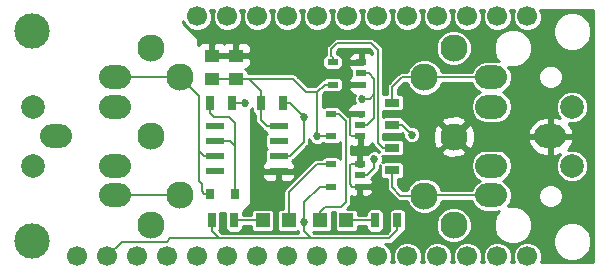
<source format=gtl>
G04 #@! TF.GenerationSoftware,KiCad,Pcbnew,(5.0.0-rc2-dev-444-g2974a2c10)*
G04 #@! TF.CreationDate,2019-08-12T19:19:49-07:00*
G04 #@! TF.ProjectId,Classic MIDI FeatherWing,436C6173736963204D49444920466561,v01*
G04 #@! TF.SameCoordinates,Original*
G04 #@! TF.FileFunction,Copper,L1,Top,Signal*
G04 #@! TF.FilePolarity,Positive*
%FSLAX46Y46*%
G04 Gerber Fmt 4.6, Leading zero omitted, Abs format (unit mm)*
G04 Created by KiCad (PCBNEW (5.0.0-rc2-dev-444-g2974a2c10)) date 08/12/19 19:19:49*
%MOMM*%
%LPD*%
G01*
G04 APERTURE LIST*
%ADD10O,2.700000X2.000000*%
%ADD11C,2.000000*%
%ADD12C,2.300000*%
%ADD13R,0.800000X0.900000*%
%ADD14R,1.200000X1.200000*%
%ADD15R,1.250000X1.000000*%
%ADD16R,0.700000X1.300000*%
%ADD17R,1.300000X0.700000*%
%ADD18R,1.550000X0.600000*%
%ADD19R,0.920000X0.520000*%
%ADD20C,1.700000*%
%ADD21C,3.000000*%
%ADD22C,0.685800*%
%ADD23C,0.152400*%
%ADD24C,0.203200*%
%ADD25C,0.254000*%
G04 APERTURE END LIST*
D10*
X135342000Y-111680000D03*
X135342000Y-109180000D03*
X130342000Y-106680000D03*
X135342000Y-104180000D03*
X135342000Y-101680000D03*
X167172000Y-101680000D03*
X167172000Y-104180000D03*
X172172000Y-106680000D03*
X167172000Y-109180000D03*
X167172000Y-111680000D03*
D11*
X173983253Y-109197642D03*
D12*
X161483253Y-101697642D03*
X163983253Y-99197642D03*
X163983253Y-106697642D03*
X163983253Y-114197642D03*
D11*
X173983253Y-104197642D03*
D12*
X161483253Y-111697642D03*
D11*
X128329253Y-104183642D03*
D12*
X140829253Y-111683642D03*
X138329253Y-114183642D03*
X138329253Y-106683642D03*
X138329253Y-99183642D03*
D11*
X128329253Y-109183642D03*
D12*
X140829253Y-101683642D03*
D13*
X145477253Y-111524643D03*
X143377253Y-111524643D03*
D14*
X147806253Y-113802642D03*
X150006253Y-113802642D03*
X154887253Y-113802642D03*
X152687253Y-113802642D03*
D15*
X145542000Y-101838000D03*
X145542000Y-99838000D03*
X143510000Y-101838000D03*
X143510000Y-99838000D03*
D16*
X145227253Y-103878643D03*
X143327253Y-103878643D03*
X147666253Y-103896642D03*
X149566253Y-103896642D03*
D17*
X158776253Y-109545642D03*
X158776253Y-107645642D03*
X158776253Y-105735642D03*
X158776253Y-103835642D03*
D16*
X157318253Y-113802642D03*
X159218253Y-113802642D03*
X145375253Y-113802642D03*
X143475253Y-113802642D03*
D18*
X149157253Y-105814143D03*
X149157253Y-107084143D03*
X149157253Y-108354143D03*
X149157253Y-109624143D03*
X143757253Y-109624143D03*
X143757253Y-108354143D03*
X143757253Y-107084143D03*
X143757253Y-105814143D03*
D19*
X153720800Y-102296000D03*
X153720800Y-100396000D03*
X156159200Y-100396000D03*
X156159200Y-101346000D03*
X156159200Y-102296000D03*
X153593800Y-110932000D03*
X153593800Y-109032000D03*
X156032200Y-109032000D03*
X156032200Y-109982000D03*
X156032200Y-110932000D03*
X156058453Y-106688142D03*
X156058453Y-105738142D03*
X156058453Y-104788142D03*
X153620053Y-104788142D03*
X153620053Y-106688142D03*
D20*
X132106253Y-116850642D03*
X134646253Y-116850642D03*
X137186253Y-116850642D03*
X139726253Y-116850642D03*
X142266253Y-116850642D03*
X144806253Y-116850642D03*
X147346253Y-116850642D03*
X149886253Y-116850642D03*
X152426253Y-116850642D03*
X154966253Y-116850642D03*
X157506253Y-116850642D03*
X160046253Y-116850642D03*
X162586253Y-116850642D03*
X165126253Y-116850642D03*
X167666253Y-116850642D03*
X170206253Y-116850642D03*
X142266253Y-96530642D03*
X144806253Y-96530642D03*
X147346253Y-96530642D03*
X149886253Y-96530642D03*
X152426253Y-96530642D03*
X154966253Y-96530642D03*
X157506253Y-96530642D03*
X160046253Y-96530642D03*
X162586253Y-96530642D03*
X165126253Y-96530642D03*
X167666253Y-96530642D03*
X170206253Y-96530642D03*
D21*
X128296253Y-115580642D03*
X128296253Y-97800642D03*
D22*
X146330253Y-103896642D03*
X171450000Y-99695000D03*
X171450000Y-113665000D03*
X151638000Y-101727000D03*
X148844000Y-111506000D03*
X151283253Y-113929642D03*
X152426253Y-106685642D03*
X160427253Y-106533442D03*
X151283253Y-105039642D03*
X157252253Y-108595642D03*
X156236253Y-103515642D03*
D23*
X145729653Y-103878643D02*
X145747652Y-103896642D01*
X145227253Y-103878643D02*
X145729653Y-103878643D01*
X145747652Y-103896642D02*
X146330253Y-103896642D01*
X146330253Y-103896642D02*
X146330253Y-103896642D01*
X145072754Y-107084143D02*
X143757253Y-107084143D01*
X145477253Y-107488642D02*
X145072754Y-107084143D01*
X145477253Y-111524643D02*
X145477253Y-107569000D01*
X145477253Y-107569000D02*
X145477253Y-107488642D01*
X145477253Y-105537000D02*
X145477253Y-107569000D01*
X143327253Y-104681043D02*
X143675210Y-105029000D01*
X143327253Y-103878643D02*
X143327253Y-104681043D01*
X143675210Y-105029000D02*
X144969253Y-105029000D01*
X144969253Y-105029000D02*
X145477253Y-105537000D01*
D24*
X155255000Y-109032000D02*
X156032200Y-109032000D01*
X155169463Y-109117537D02*
X155255000Y-109032000D01*
X155169463Y-110732463D02*
X155169463Y-109117537D01*
X156032200Y-110932000D02*
X155369000Y-110932000D01*
X155369000Y-110932000D02*
X155169463Y-110732463D01*
X155395253Y-104788142D02*
X156058453Y-104788142D01*
X155169463Y-105013932D02*
X155395253Y-104788142D01*
X155169463Y-106528463D02*
X155169463Y-105013932D01*
X155329142Y-106688142D02*
X155169463Y-106528463D01*
X156058453Y-106688142D02*
X155329142Y-106688142D01*
X146684611Y-101838000D02*
X145542000Y-101838000D01*
X147666253Y-103896642D02*
X147666253Y-102819642D01*
X147666253Y-102819642D02*
X146684611Y-101838000D01*
X145542000Y-101838000D02*
X143510000Y-101838000D01*
X151918253Y-111643642D02*
X151283253Y-112278642D01*
X151283253Y-112278642D02*
X151283253Y-113929642D01*
X151283253Y-113929642D02*
X151283253Y-113929642D01*
X159218253Y-114630642D02*
X159218253Y-113929642D01*
X158522253Y-115326642D02*
X159218253Y-114630642D01*
X151918253Y-115326642D02*
X158522253Y-115326642D01*
X151283253Y-113929642D02*
X151283253Y-114691642D01*
X151283253Y-114691642D02*
X151918253Y-115326642D01*
X152426253Y-106685642D02*
X152426253Y-106685642D01*
X153620053Y-106688142D02*
X152428753Y-106688142D01*
X152428753Y-106688142D02*
X152426253Y-106685642D01*
X159629453Y-105735642D02*
X160427253Y-106533442D01*
X158776253Y-105735642D02*
X159629453Y-105735642D01*
X160427253Y-106533442D02*
X160427253Y-106533442D01*
X143475253Y-114655842D02*
X143475253Y-113802642D01*
X151918253Y-115326642D02*
X144146053Y-115326642D01*
X144146053Y-115326642D02*
X143475253Y-114655842D01*
X152629895Y-110932000D02*
X153593800Y-110932000D01*
X151283253Y-112278642D02*
X152629895Y-110932000D01*
X152426253Y-102927347D02*
X152426253Y-103124000D01*
X153057600Y-102296000D02*
X152426253Y-102927347D01*
X153720800Y-102296000D02*
X153057600Y-102296000D01*
X152426253Y-106685642D02*
X152426253Y-103124000D01*
X144146053Y-115326642D02*
X139943358Y-115326642D01*
X139682357Y-115587643D02*
X135907643Y-115587643D01*
X139943358Y-115326642D02*
X139682357Y-115587643D01*
X135907643Y-115589252D02*
X134646253Y-116850642D01*
X135907643Y-115587643D02*
X135907643Y-115589252D01*
X150352000Y-101838000D02*
X145542000Y-101838000D01*
X152426253Y-102927347D02*
X151441347Y-102927347D01*
X151441347Y-102927347D02*
X150352000Y-101838000D01*
X147666253Y-104749842D02*
X147666253Y-103896642D01*
X147666253Y-105301343D02*
X147666253Y-104749842D01*
X148179053Y-105814143D02*
X147666253Y-105301343D01*
X149157253Y-105814143D02*
X148179053Y-105814143D01*
D23*
X142393253Y-110500642D02*
X142393253Y-109357642D01*
X142647253Y-110754642D02*
X142393253Y-110500642D01*
X142647253Y-111347043D02*
X142647253Y-110754642D01*
X142824853Y-111524643D02*
X142647253Y-111347043D01*
X143377253Y-111524643D02*
X142824853Y-111524643D01*
X142393253Y-103247642D02*
X140829253Y-101683642D01*
X142393253Y-107917543D02*
X142393253Y-107696000D01*
X142829853Y-108354143D02*
X142393253Y-107917543D01*
X143757253Y-108354143D02*
X142829853Y-108354143D01*
X142393253Y-109357642D02*
X142393253Y-107696000D01*
X142393253Y-107696000D02*
X142393253Y-103247642D01*
X140825611Y-101680000D02*
X140829253Y-101683642D01*
X135342000Y-101680000D02*
X140825611Y-101680000D01*
X153620053Y-99273842D02*
X153620053Y-99898642D01*
X158776253Y-107645642D02*
X157973853Y-107645642D01*
X157973853Y-107645642D02*
X157557063Y-107228852D01*
X157557063Y-107228852D02*
X157557063Y-99375452D01*
X157557063Y-99375452D02*
X156998253Y-98816642D01*
X156998253Y-98816642D02*
X154077253Y-98816642D01*
X154077253Y-98816642D02*
X153620053Y-99273842D01*
X153620053Y-99882853D02*
X153620053Y-99273842D01*
X153720800Y-99983600D02*
X153620053Y-99882853D01*
X153720800Y-100396000D02*
X153720800Y-99983600D01*
X150084653Y-108354143D02*
X151283253Y-107155543D01*
X149157253Y-108354143D02*
X150084653Y-108354143D01*
X151283253Y-107155543D02*
X151283253Y-105039642D01*
X150140253Y-103896642D02*
X149566253Y-103896642D01*
X151283253Y-105039642D02*
X150140253Y-103896642D01*
X151283253Y-105039642D02*
X151283253Y-105039642D01*
X157252253Y-108595642D02*
X157252253Y-108595642D01*
X157252253Y-109080575D02*
X157252253Y-108595642D01*
X157252253Y-109374347D02*
X157252253Y-109080575D01*
X156644600Y-109982000D02*
X157252253Y-109374347D01*
X156032200Y-109982000D02*
X156644600Y-109982000D01*
X154887253Y-113802642D02*
X157318253Y-113802642D01*
X153620053Y-104788142D02*
X154232453Y-104788142D01*
X154232453Y-104788142D02*
X154839253Y-105394942D01*
X154839253Y-105394942D02*
X154839253Y-112278642D01*
X154839253Y-112278642D02*
X154458253Y-112659642D01*
X154458253Y-112659642D02*
X153410853Y-112659642D01*
X152687253Y-113050242D02*
X152687253Y-113802642D01*
X153077853Y-112659642D02*
X152687253Y-113050242D01*
X153410853Y-112659642D02*
X153077853Y-112659642D01*
X152370895Y-109032000D02*
X153593800Y-109032000D01*
X151725253Y-109677642D02*
X152370895Y-109032000D01*
X150006253Y-111396642D02*
X150006253Y-113802642D01*
X152370895Y-109032000D02*
X150006253Y-111396642D01*
X146763853Y-113802642D02*
X145375253Y-113802642D01*
X147516253Y-113802642D02*
X146763853Y-113802642D01*
X145375253Y-113802642D02*
X147806253Y-113802642D01*
X156058453Y-105738142D02*
X156680753Y-105738142D01*
X156680753Y-105738142D02*
X157252253Y-105166642D01*
X157252253Y-105166642D02*
X157252253Y-102626642D01*
X156871253Y-103515642D02*
X156236253Y-103515642D01*
X157252253Y-102626642D02*
X157252253Y-103134642D01*
X157252253Y-103134642D02*
X156871253Y-103515642D01*
X157252253Y-101826653D02*
X157252253Y-101981000D01*
X156771600Y-101346000D02*
X157252253Y-101826653D01*
X156159200Y-101346000D02*
X156771600Y-101346000D01*
X157252253Y-102626642D02*
X157252253Y-101981000D01*
X135345642Y-111683642D02*
X135342000Y-111680000D01*
X140829253Y-111683642D02*
X135345642Y-111683642D01*
X161483253Y-101697642D02*
X159578253Y-101697642D01*
X158776253Y-102499642D02*
X158776253Y-103835642D01*
X159578253Y-101697642D02*
X158776253Y-102499642D01*
X167154358Y-101697642D02*
X167172000Y-101680000D01*
X161483253Y-101697642D02*
X167154358Y-101697642D01*
X161483253Y-111697642D02*
X159465253Y-111697642D01*
X158776253Y-111008642D02*
X158776253Y-109545642D01*
X159465253Y-111697642D02*
X158776253Y-111008642D01*
X161500895Y-111680000D02*
X161483253Y-111697642D01*
X167172000Y-111680000D02*
X161500895Y-111680000D01*
D25*
G36*
X143575253Y-96285781D02*
X143575253Y-96775503D01*
X143762661Y-97227948D01*
X144108947Y-97574234D01*
X144561392Y-97761642D01*
X145051114Y-97761642D01*
X145503559Y-97574234D01*
X145849845Y-97227948D01*
X146037253Y-96775503D01*
X146037253Y-96285781D01*
X145923850Y-96012000D01*
X146228656Y-96012000D01*
X146115253Y-96285781D01*
X146115253Y-96775503D01*
X146302661Y-97227948D01*
X146648947Y-97574234D01*
X147101392Y-97761642D01*
X147591114Y-97761642D01*
X148043559Y-97574234D01*
X148389845Y-97227948D01*
X148577253Y-96775503D01*
X148577253Y-96285781D01*
X148463850Y-96012000D01*
X148768656Y-96012000D01*
X148655253Y-96285781D01*
X148655253Y-96775503D01*
X148842661Y-97227948D01*
X149188947Y-97574234D01*
X149641392Y-97761642D01*
X150131114Y-97761642D01*
X150583559Y-97574234D01*
X150929845Y-97227948D01*
X151117253Y-96775503D01*
X151117253Y-96285781D01*
X151003850Y-96012000D01*
X151308656Y-96012000D01*
X151195253Y-96285781D01*
X151195253Y-96775503D01*
X151382661Y-97227948D01*
X151728947Y-97574234D01*
X152181392Y-97761642D01*
X152671114Y-97761642D01*
X153123559Y-97574234D01*
X153469845Y-97227948D01*
X153657253Y-96775503D01*
X153657253Y-96285781D01*
X153543850Y-96012000D01*
X153848656Y-96012000D01*
X153735253Y-96285781D01*
X153735253Y-96775503D01*
X153922661Y-97227948D01*
X154268947Y-97574234D01*
X154721392Y-97761642D01*
X155211114Y-97761642D01*
X155663559Y-97574234D01*
X156009845Y-97227948D01*
X156197253Y-96775503D01*
X156197253Y-96285781D01*
X156083850Y-96012000D01*
X156388656Y-96012000D01*
X156275253Y-96285781D01*
X156275253Y-96775503D01*
X156462661Y-97227948D01*
X156808947Y-97574234D01*
X157261392Y-97761642D01*
X157751114Y-97761642D01*
X158203559Y-97574234D01*
X158549845Y-97227948D01*
X158737253Y-96775503D01*
X158737253Y-96285781D01*
X158623850Y-96012000D01*
X158928656Y-96012000D01*
X158815253Y-96285781D01*
X158815253Y-96775503D01*
X159002661Y-97227948D01*
X159348947Y-97574234D01*
X159801392Y-97761642D01*
X160291114Y-97761642D01*
X160743559Y-97574234D01*
X161089845Y-97227948D01*
X161277253Y-96775503D01*
X161277253Y-96285781D01*
X161163850Y-96012000D01*
X161468656Y-96012000D01*
X161355253Y-96285781D01*
X161355253Y-96775503D01*
X161542661Y-97227948D01*
X161888947Y-97574234D01*
X162341392Y-97761642D01*
X162831114Y-97761642D01*
X163283559Y-97574234D01*
X163629845Y-97227948D01*
X163817253Y-96775503D01*
X163817253Y-96285781D01*
X163703850Y-96012000D01*
X164008656Y-96012000D01*
X163895253Y-96285781D01*
X163895253Y-96775503D01*
X164082661Y-97227948D01*
X164428947Y-97574234D01*
X164881392Y-97761642D01*
X165371114Y-97761642D01*
X165823559Y-97574234D01*
X166169845Y-97227948D01*
X166357253Y-96775503D01*
X166357253Y-96285781D01*
X166243850Y-96012000D01*
X166548656Y-96012000D01*
X166435253Y-96285781D01*
X166435253Y-96775503D01*
X166622661Y-97227948D01*
X166968947Y-97574234D01*
X167421392Y-97761642D01*
X167911114Y-97761642D01*
X168363559Y-97574234D01*
X168709845Y-97227948D01*
X168897253Y-96775503D01*
X168897253Y-96285781D01*
X168783850Y-96012000D01*
X169088656Y-96012000D01*
X168975253Y-96285781D01*
X168975253Y-96775503D01*
X169162661Y-97227948D01*
X169508947Y-97574234D01*
X169961392Y-97761642D01*
X170451114Y-97761642D01*
X170903559Y-97574234D01*
X171001577Y-97476216D01*
X172385253Y-97476216D01*
X172385253Y-98125068D01*
X172633558Y-98724529D01*
X173092366Y-99183337D01*
X173691827Y-99431642D01*
X174340679Y-99431642D01*
X174940140Y-99183337D01*
X175398948Y-98724529D01*
X175647253Y-98125068D01*
X175647253Y-97476216D01*
X175398948Y-96876755D01*
X174940140Y-96417947D01*
X174340679Y-96169642D01*
X173691827Y-96169642D01*
X173092366Y-96417947D01*
X172633558Y-96876755D01*
X172385253Y-97476216D01*
X171001577Y-97476216D01*
X171249845Y-97227948D01*
X171437253Y-96775503D01*
X171437253Y-96285781D01*
X171323850Y-96012000D01*
X175768000Y-96012000D01*
X175768000Y-117348000D01*
X171332666Y-117348000D01*
X171437253Y-117095503D01*
X171437253Y-116605781D01*
X171249845Y-116153336D01*
X170903559Y-115807050D01*
X170451114Y-115619642D01*
X169961392Y-115619642D01*
X169508947Y-115807050D01*
X169162661Y-116153336D01*
X168975253Y-116605781D01*
X168975253Y-117095503D01*
X169079840Y-117348000D01*
X168792666Y-117348000D01*
X168897253Y-117095503D01*
X168897253Y-116605781D01*
X168709845Y-116153336D01*
X168363559Y-115807050D01*
X167911114Y-115619642D01*
X167421392Y-115619642D01*
X166968947Y-115807050D01*
X166622661Y-116153336D01*
X166435253Y-116605781D01*
X166435253Y-117095503D01*
X166539840Y-117348000D01*
X166252666Y-117348000D01*
X166357253Y-117095503D01*
X166357253Y-116605781D01*
X166169845Y-116153336D01*
X165823559Y-115807050D01*
X165371114Y-115619642D01*
X164881392Y-115619642D01*
X164428947Y-115807050D01*
X164082661Y-116153336D01*
X163895253Y-116605781D01*
X163895253Y-117095503D01*
X163999840Y-117348000D01*
X163712666Y-117348000D01*
X163817253Y-117095503D01*
X163817253Y-116605781D01*
X163629845Y-116153336D01*
X163283559Y-115807050D01*
X162831114Y-115619642D01*
X162341392Y-115619642D01*
X161888947Y-115807050D01*
X161542661Y-116153336D01*
X161355253Y-116605781D01*
X161355253Y-117095503D01*
X161459840Y-117348000D01*
X161172666Y-117348000D01*
X161277253Y-117095503D01*
X161277253Y-116605781D01*
X161089845Y-116153336D01*
X160743559Y-115807050D01*
X160291114Y-115619642D01*
X159801392Y-115619642D01*
X159348947Y-115807050D01*
X159002661Y-116153336D01*
X158815253Y-116605781D01*
X158815253Y-117095503D01*
X158919840Y-117348000D01*
X158632666Y-117348000D01*
X158737253Y-117095503D01*
X158737253Y-116605781D01*
X158549845Y-116153336D01*
X158205751Y-115809242D01*
X158474725Y-115809242D01*
X158522253Y-115818696D01*
X158569781Y-115809242D01*
X158569782Y-115809242D01*
X158710554Y-115781241D01*
X158870188Y-115674577D01*
X158897114Y-115634279D01*
X159525895Y-115005500D01*
X159566188Y-114978577D01*
X159671806Y-114820508D01*
X159716912Y-114811536D01*
X159842939Y-114727328D01*
X159927147Y-114601301D01*
X159956717Y-114452642D01*
X159956717Y-113893107D01*
X162452253Y-113893107D01*
X162452253Y-114502177D01*
X162685334Y-115064884D01*
X163116011Y-115495561D01*
X163678718Y-115728642D01*
X164287788Y-115728642D01*
X164850495Y-115495561D01*
X165281172Y-115064884D01*
X165514253Y-114502177D01*
X165514253Y-113893107D01*
X165281172Y-113330400D01*
X164850495Y-112899723D01*
X164287788Y-112666642D01*
X163678718Y-112666642D01*
X163116011Y-112899723D01*
X162685334Y-113330400D01*
X162452253Y-113893107D01*
X159956717Y-113893107D01*
X159956717Y-113152642D01*
X159927147Y-113003983D01*
X159842939Y-112877956D01*
X159716912Y-112793748D01*
X159568253Y-112764178D01*
X158868253Y-112764178D01*
X158719594Y-112793748D01*
X158593567Y-112877956D01*
X158509359Y-113003983D01*
X158479789Y-113152642D01*
X158479789Y-114452642D01*
X158509359Y-114601301D01*
X158531684Y-114634712D01*
X158322355Y-114844042D01*
X152118153Y-114844042D01*
X152059745Y-114785634D01*
X152087253Y-114791106D01*
X153287253Y-114791106D01*
X153435912Y-114761536D01*
X153561939Y-114677328D01*
X153646147Y-114551301D01*
X153675717Y-114402642D01*
X153675717Y-113202642D01*
X153658650Y-113116842D01*
X153915856Y-113116842D01*
X153898789Y-113202642D01*
X153898789Y-114402642D01*
X153928359Y-114551301D01*
X154012567Y-114677328D01*
X154138594Y-114761536D01*
X154287253Y-114791106D01*
X155487253Y-114791106D01*
X155635912Y-114761536D01*
X155761939Y-114677328D01*
X155846147Y-114551301D01*
X155875717Y-114402642D01*
X155875717Y-114259842D01*
X156579789Y-114259842D01*
X156579789Y-114452642D01*
X156609359Y-114601301D01*
X156693567Y-114727328D01*
X156819594Y-114811536D01*
X156968253Y-114841106D01*
X157668253Y-114841106D01*
X157816912Y-114811536D01*
X157942939Y-114727328D01*
X158027147Y-114601301D01*
X158056717Y-114452642D01*
X158056717Y-113152642D01*
X158027147Y-113003983D01*
X157942939Y-112877956D01*
X157816912Y-112793748D01*
X157668253Y-112764178D01*
X156968253Y-112764178D01*
X156819594Y-112793748D01*
X156693567Y-112877956D01*
X156609359Y-113003983D01*
X156579789Y-113152642D01*
X156579789Y-113345442D01*
X155875717Y-113345442D01*
X155875717Y-113202642D01*
X155846147Y-113053983D01*
X155761939Y-112927956D01*
X155635912Y-112843748D01*
X155487253Y-112814178D01*
X154950295Y-112814178D01*
X155130699Y-112633774D01*
X155168876Y-112608265D01*
X155269926Y-112457033D01*
X155296453Y-112323672D01*
X155305410Y-112278643D01*
X155296453Y-112233613D01*
X155296453Y-111765101D01*
X155445891Y-111827000D01*
X155746450Y-111827000D01*
X155905200Y-111668250D01*
X155905200Y-111059000D01*
X156159200Y-111059000D01*
X156159200Y-111668250D01*
X156317950Y-111827000D01*
X156618509Y-111827000D01*
X156851898Y-111730327D01*
X157030527Y-111551699D01*
X157127200Y-111318310D01*
X157127200Y-111217750D01*
X156968450Y-111059000D01*
X156159200Y-111059000D01*
X155905200Y-111059000D01*
X155885200Y-111059000D01*
X155885200Y-110805000D01*
X155905200Y-110805000D01*
X155905200Y-110785000D01*
X156159200Y-110785000D01*
X156159200Y-110805000D01*
X156968450Y-110805000D01*
X157127200Y-110646250D01*
X157127200Y-110545690D01*
X157030527Y-110312301D01*
X156996504Y-110278278D01*
X156999732Y-110273446D01*
X157543702Y-109729477D01*
X157581876Y-109703970D01*
X157682926Y-109552738D01*
X157691179Y-109511248D01*
X157718410Y-109374348D01*
X157709453Y-109329318D01*
X157709453Y-109162191D01*
X157753131Y-109118513D01*
X157737789Y-109195642D01*
X157737789Y-109895642D01*
X157767359Y-110044301D01*
X157851567Y-110170328D01*
X157977594Y-110254536D01*
X158126253Y-110284106D01*
X158319053Y-110284106D01*
X158319053Y-110963612D01*
X158310096Y-111008642D01*
X158330212Y-111109772D01*
X158345580Y-111187032D01*
X158446630Y-111338265D01*
X158484807Y-111363774D01*
X159110123Y-111989091D01*
X159135630Y-112027265D01*
X159173804Y-112052772D01*
X159286862Y-112128315D01*
X159465252Y-112163799D01*
X159510282Y-112154842D01*
X160015489Y-112154842D01*
X160185334Y-112564884D01*
X160616011Y-112995561D01*
X161178718Y-113228642D01*
X161787788Y-113228642D01*
X162350495Y-112995561D01*
X162781172Y-112564884D01*
X162958325Y-112137200D01*
X165504888Y-112137200D01*
X165521127Y-112218839D01*
X165826355Y-112675645D01*
X166283161Y-112980873D01*
X166685986Y-113061000D01*
X167658014Y-113061000D01*
X167851874Y-113022439D01*
X167600558Y-113273755D01*
X167352253Y-113873216D01*
X167352253Y-114522068D01*
X167600558Y-115121529D01*
X168059366Y-115580337D01*
X168658827Y-115828642D01*
X169307679Y-115828642D01*
X169907140Y-115580337D01*
X170231261Y-115256216D01*
X172385253Y-115256216D01*
X172385253Y-115905068D01*
X172633558Y-116504529D01*
X173092366Y-116963337D01*
X173691827Y-117211642D01*
X174340679Y-117211642D01*
X174940140Y-116963337D01*
X175398948Y-116504529D01*
X175647253Y-115905068D01*
X175647253Y-115256216D01*
X175398948Y-114656755D01*
X174940140Y-114197947D01*
X174340679Y-113949642D01*
X173691827Y-113949642D01*
X173092366Y-114197947D01*
X172633558Y-114656755D01*
X172385253Y-115256216D01*
X170231261Y-115256216D01*
X170365948Y-115121529D01*
X170614253Y-114522068D01*
X170614253Y-113873216D01*
X170365948Y-113273755D01*
X169907140Y-112814947D01*
X169307679Y-112566642D01*
X168658827Y-112566642D01*
X168564323Y-112605787D01*
X168822873Y-112218839D01*
X168930055Y-111680000D01*
X168899208Y-111524921D01*
X171141000Y-111524921D01*
X171141000Y-111935079D01*
X171297961Y-112314014D01*
X171587986Y-112604039D01*
X171966921Y-112761000D01*
X172377079Y-112761000D01*
X172756014Y-112604039D01*
X173046039Y-112314014D01*
X173203000Y-111935079D01*
X173203000Y-111524921D01*
X173046039Y-111145986D01*
X172756014Y-110855961D01*
X172377079Y-110699000D01*
X171966921Y-110699000D01*
X171587986Y-110855961D01*
X171297961Y-111145986D01*
X171141000Y-111524921D01*
X168899208Y-111524921D01*
X168822873Y-111141161D01*
X168517645Y-110684355D01*
X168136976Y-110430000D01*
X168517645Y-110175645D01*
X168822873Y-109718839D01*
X168930055Y-109180000D01*
X168822873Y-108641161D01*
X168517645Y-108184355D01*
X168060839Y-107879127D01*
X167658014Y-107799000D01*
X166685986Y-107799000D01*
X166283161Y-107879127D01*
X165826355Y-108184355D01*
X165521127Y-108641161D01*
X165413945Y-109180000D01*
X165521127Y-109718839D01*
X165826355Y-110175645D01*
X166207024Y-110430000D01*
X165826355Y-110684355D01*
X165521127Y-111141161D01*
X165504888Y-111222800D01*
X162943709Y-111222800D01*
X162781172Y-110830400D01*
X162350495Y-110399723D01*
X161787788Y-110166642D01*
X161178718Y-110166642D01*
X160616011Y-110399723D01*
X160185334Y-110830400D01*
X160015489Y-111240442D01*
X159654632Y-111240442D01*
X159233453Y-110819264D01*
X159233453Y-110284106D01*
X159426253Y-110284106D01*
X159574912Y-110254536D01*
X159700939Y-110170328D01*
X159785147Y-110044301D01*
X159814717Y-109895642D01*
X159814717Y-109195642D01*
X159785147Y-109046983D01*
X159700939Y-108920956D01*
X159574912Y-108836748D01*
X159426253Y-108807178D01*
X158126253Y-108807178D01*
X157977594Y-108836748D01*
X157919982Y-108875243D01*
X157976153Y-108739635D01*
X157976153Y-108451649D01*
X157919982Y-108316041D01*
X157977594Y-108354536D01*
X158126253Y-108384106D01*
X159426253Y-108384106D01*
X159574912Y-108354536D01*
X159700939Y-108270328D01*
X159785147Y-108144301D01*
X159814717Y-107995642D01*
X159814717Y-107958667D01*
X162901834Y-107958667D01*
X163018854Y-108241088D01*
X163682916Y-108492660D01*
X164392701Y-108470956D01*
X164947652Y-108241088D01*
X165064672Y-107958667D01*
X163983253Y-106877247D01*
X162901834Y-107958667D01*
X159814717Y-107958667D01*
X159814717Y-107295642D01*
X159785147Y-107146983D01*
X159700939Y-107020956D01*
X159574912Y-106936748D01*
X159426253Y-106907178D01*
X158126253Y-106907178D01*
X158014263Y-106929454D01*
X158014263Y-106451830D01*
X158126253Y-106474106D01*
X159426253Y-106474106D01*
X159574912Y-106444536D01*
X159623430Y-106412118D01*
X159703353Y-106492041D01*
X159703353Y-106677435D01*
X159813560Y-106943498D01*
X160017197Y-107147135D01*
X160283260Y-107257342D01*
X160571246Y-107257342D01*
X160837309Y-107147135D01*
X161040946Y-106943498D01*
X161151153Y-106677435D01*
X161151153Y-106397305D01*
X162188235Y-106397305D01*
X162209939Y-107107090D01*
X162439807Y-107662041D01*
X162722228Y-107779061D01*
X163803648Y-106697642D01*
X164162858Y-106697642D01*
X165244278Y-107779061D01*
X165526699Y-107662041D01*
X165754610Y-107060434D01*
X170231876Y-107060434D01*
X170262856Y-107188355D01*
X170576078Y-107746317D01*
X171078980Y-108141942D01*
X171695000Y-108315000D01*
X172045000Y-108315000D01*
X172045000Y-106807000D01*
X172299000Y-106807000D01*
X172299000Y-108315000D01*
X172649000Y-108315000D01*
X173015956Y-108211911D01*
X172812498Y-108415369D01*
X172602253Y-108922944D01*
X172602253Y-109472340D01*
X172812498Y-109979915D01*
X173200980Y-110368397D01*
X173708555Y-110578642D01*
X174257951Y-110578642D01*
X174765526Y-110368397D01*
X175154008Y-109979915D01*
X175364253Y-109472340D01*
X175364253Y-108922944D01*
X175154008Y-108415369D01*
X174765526Y-108026887D01*
X174257951Y-107816642D01*
X173708555Y-107816642D01*
X173645135Y-107842911D01*
X173767922Y-107746317D01*
X174081144Y-107188355D01*
X174112124Y-107060434D01*
X173992777Y-106807000D01*
X172299000Y-106807000D01*
X172045000Y-106807000D01*
X170351223Y-106807000D01*
X170231876Y-107060434D01*
X165754610Y-107060434D01*
X165778271Y-106997979D01*
X165756915Y-106299566D01*
X170231876Y-106299566D01*
X170351223Y-106553000D01*
X172045000Y-106553000D01*
X172045000Y-105045000D01*
X172299000Y-105045000D01*
X172299000Y-106553000D01*
X173992777Y-106553000D01*
X174112124Y-106299566D01*
X174081144Y-106171645D01*
X173767922Y-105613683D01*
X173723379Y-105578642D01*
X174257951Y-105578642D01*
X174765526Y-105368397D01*
X175154008Y-104979915D01*
X175364253Y-104472340D01*
X175364253Y-103922944D01*
X175154008Y-103415369D01*
X174765526Y-103026887D01*
X174257951Y-102816642D01*
X173708555Y-102816642D01*
X173200980Y-103026887D01*
X172812498Y-103415369D01*
X172602253Y-103922944D01*
X172602253Y-104472340D01*
X172812498Y-104979915D01*
X172966887Y-105134304D01*
X172649000Y-105045000D01*
X172299000Y-105045000D01*
X172045000Y-105045000D01*
X171695000Y-105045000D01*
X171078980Y-105218058D01*
X170576078Y-105613683D01*
X170262856Y-106171645D01*
X170231876Y-106299566D01*
X165756915Y-106299566D01*
X165756567Y-106288194D01*
X165526699Y-105733243D01*
X165244278Y-105616223D01*
X164162858Y-106697642D01*
X163803648Y-106697642D01*
X162722228Y-105616223D01*
X162439807Y-105733243D01*
X162188235Y-106397305D01*
X161151153Y-106397305D01*
X161151153Y-106389449D01*
X161040946Y-106123386D01*
X160837309Y-105919749D01*
X160571246Y-105809542D01*
X160385852Y-105809542D01*
X160012927Y-105436617D01*
X162901834Y-105436617D01*
X163983253Y-106518037D01*
X165064672Y-105436617D01*
X164947652Y-105154196D01*
X164283590Y-104902624D01*
X163573805Y-104924328D01*
X163018854Y-105154196D01*
X162901834Y-105436617D01*
X160012927Y-105436617D01*
X160004314Y-105428005D01*
X159977388Y-105387707D01*
X159817754Y-105281043D01*
X159792929Y-105276105D01*
X159785147Y-105236983D01*
X159700939Y-105110956D01*
X159574912Y-105026748D01*
X159426253Y-104997178D01*
X158126253Y-104997178D01*
X158014263Y-105019454D01*
X158014263Y-104551830D01*
X158126253Y-104574106D01*
X159426253Y-104574106D01*
X159574912Y-104544536D01*
X159700939Y-104460328D01*
X159785147Y-104334301D01*
X159814717Y-104185642D01*
X159814717Y-103485642D01*
X159785147Y-103336983D01*
X159700939Y-103210956D01*
X159574912Y-103126748D01*
X159426253Y-103097178D01*
X159233453Y-103097178D01*
X159233453Y-102689020D01*
X159767632Y-102154842D01*
X160015489Y-102154842D01*
X160185334Y-102564884D01*
X160616011Y-102995561D01*
X161178718Y-103228642D01*
X161787788Y-103228642D01*
X162350495Y-102995561D01*
X162781172Y-102564884D01*
X162951017Y-102154842D01*
X165508397Y-102154842D01*
X165521127Y-102218839D01*
X165826355Y-102675645D01*
X166207024Y-102930000D01*
X165826355Y-103184355D01*
X165521127Y-103641161D01*
X165413945Y-104180000D01*
X165521127Y-104718839D01*
X165826355Y-105175645D01*
X166283161Y-105480873D01*
X166685986Y-105561000D01*
X167658014Y-105561000D01*
X168060839Y-105480873D01*
X168517645Y-105175645D01*
X168822873Y-104718839D01*
X168930055Y-104180000D01*
X168822873Y-103641161D01*
X168517645Y-103184355D01*
X168136976Y-102930000D01*
X168517645Y-102675645D01*
X168822873Y-102218839D01*
X168930055Y-101680000D01*
X168879317Y-101424921D01*
X171141000Y-101424921D01*
X171141000Y-101835079D01*
X171297961Y-102214014D01*
X171587986Y-102504039D01*
X171966921Y-102661000D01*
X172377079Y-102661000D01*
X172756014Y-102504039D01*
X173046039Y-102214014D01*
X173203000Y-101835079D01*
X173203000Y-101424921D01*
X173046039Y-101045986D01*
X172756014Y-100755961D01*
X172377079Y-100599000D01*
X171966921Y-100599000D01*
X171587986Y-100755961D01*
X171297961Y-101045986D01*
X171141000Y-101424921D01*
X168879317Y-101424921D01*
X168822873Y-101141161D01*
X168596921Y-100803000D01*
X168658827Y-100828642D01*
X169307679Y-100828642D01*
X169907140Y-100580337D01*
X170365948Y-100121529D01*
X170614253Y-99522068D01*
X170614253Y-98873216D01*
X170365948Y-98273755D01*
X169907140Y-97814947D01*
X169307679Y-97566642D01*
X168658827Y-97566642D01*
X168059366Y-97814947D01*
X167600558Y-98273755D01*
X167352253Y-98873216D01*
X167352253Y-99522068D01*
X167600558Y-100121529D01*
X167807829Y-100328800D01*
X167658014Y-100299000D01*
X166685986Y-100299000D01*
X166283161Y-100379127D01*
X165826355Y-100684355D01*
X165521127Y-101141161D01*
X165501379Y-101240442D01*
X162951017Y-101240442D01*
X162781172Y-100830400D01*
X162350495Y-100399723D01*
X161787788Y-100166642D01*
X161178718Y-100166642D01*
X160616011Y-100399723D01*
X160185334Y-100830400D01*
X160015489Y-101240442D01*
X159623282Y-101240442D01*
X159578252Y-101231485D01*
X159470245Y-101252969D01*
X159399862Y-101266969D01*
X159248630Y-101368019D01*
X159223123Y-101406193D01*
X158484807Y-102144510D01*
X158446630Y-102170019D01*
X158417234Y-102214014D01*
X158345580Y-102321252D01*
X158310096Y-102499642D01*
X158319053Y-102544672D01*
X158319053Y-103097178D01*
X158126253Y-103097178D01*
X158014263Y-103119454D01*
X158014263Y-99420482D01*
X158023220Y-99375452D01*
X157987736Y-99197061D01*
X157928287Y-99108090D01*
X157886686Y-99045829D01*
X157848509Y-99020320D01*
X157721296Y-98893107D01*
X162452253Y-98893107D01*
X162452253Y-99502177D01*
X162685334Y-100064884D01*
X163116011Y-100495561D01*
X163678718Y-100728642D01*
X164287788Y-100728642D01*
X164850495Y-100495561D01*
X165281172Y-100064884D01*
X165514253Y-99502177D01*
X165514253Y-98893107D01*
X165281172Y-98330400D01*
X164850495Y-97899723D01*
X164287788Y-97666642D01*
X163678718Y-97666642D01*
X163116011Y-97899723D01*
X162685334Y-98330400D01*
X162452253Y-98893107D01*
X157721296Y-98893107D01*
X157353385Y-98525196D01*
X157327876Y-98487019D01*
X157176644Y-98385969D01*
X157043283Y-98359442D01*
X156998253Y-98350485D01*
X156953223Y-98359442D01*
X154122281Y-98359442D01*
X154077252Y-98350485D01*
X154032223Y-98359442D01*
X153898862Y-98385969D01*
X153747630Y-98487019D01*
X153722121Y-98525196D01*
X153328607Y-98918710D01*
X153290430Y-98944219D01*
X153222537Y-99045829D01*
X153189380Y-99095452D01*
X153153896Y-99273842D01*
X153162853Y-99318872D01*
X153162853Y-99767019D01*
X153112141Y-99777106D01*
X152986114Y-99861314D01*
X152901906Y-99987341D01*
X152872336Y-100136000D01*
X152872336Y-100656000D01*
X152901906Y-100804659D01*
X152986114Y-100930686D01*
X153112141Y-101014894D01*
X153260800Y-101044464D01*
X154180800Y-101044464D01*
X154329459Y-101014894D01*
X154455486Y-100930686D01*
X154539694Y-100804659D01*
X154569264Y-100656000D01*
X154569264Y-100136000D01*
X154544140Y-100009690D01*
X155064200Y-100009690D01*
X155064200Y-100110250D01*
X155222950Y-100269000D01*
X156032200Y-100269000D01*
X156032200Y-99659750D01*
X155873450Y-99501000D01*
X155572891Y-99501000D01*
X155339502Y-99597673D01*
X155160873Y-99776301D01*
X155064200Y-100009690D01*
X154544140Y-100009690D01*
X154539694Y-99987341D01*
X154455486Y-99861314D01*
X154329459Y-99777106D01*
X154180800Y-99747536D01*
X154112937Y-99747536D01*
X154077253Y-99694131D01*
X154077253Y-99463220D01*
X154266631Y-99273842D01*
X156808875Y-99273842D01*
X157099864Y-99564831D01*
X157099864Y-99718638D01*
X156978898Y-99597673D01*
X156745509Y-99501000D01*
X156444950Y-99501000D01*
X156286200Y-99659750D01*
X156286200Y-100269000D01*
X156306200Y-100269000D01*
X156306200Y-100523000D01*
X156286200Y-100523000D01*
X156286200Y-100543000D01*
X156032200Y-100543000D01*
X156032200Y-100523000D01*
X155222950Y-100523000D01*
X155064200Y-100681750D01*
X155064200Y-100782310D01*
X155160873Y-101015699D01*
X155310736Y-101165561D01*
X155310736Y-101526439D01*
X155160873Y-101676301D01*
X155064200Y-101909690D01*
X155064200Y-102010250D01*
X155222950Y-102169000D01*
X156032200Y-102169000D01*
X156032200Y-102149000D01*
X156286200Y-102149000D01*
X156286200Y-102169000D01*
X156306200Y-102169000D01*
X156306200Y-102423000D01*
X156286200Y-102423000D01*
X156286200Y-102443000D01*
X156032200Y-102443000D01*
X156032200Y-102423000D01*
X155222950Y-102423000D01*
X155064200Y-102581750D01*
X155064200Y-102682310D01*
X155160873Y-102915699D01*
X155339502Y-103094327D01*
X155572891Y-103191000D01*
X155587180Y-103191000D01*
X155512353Y-103371649D01*
X155512353Y-103659635D01*
X155609075Y-103893142D01*
X155472144Y-103893142D01*
X155238755Y-103989815D01*
X155060126Y-104168443D01*
X154963453Y-104401832D01*
X154963453Y-104502392D01*
X155122203Y-104661142D01*
X155931453Y-104661142D01*
X155931453Y-104641142D01*
X156185453Y-104641142D01*
X156185453Y-104661142D01*
X156205453Y-104661142D01*
X156205453Y-104915142D01*
X156185453Y-104915142D01*
X156185453Y-104935142D01*
X155931453Y-104935142D01*
X155931453Y-104915142D01*
X155122203Y-104915142D01*
X155064117Y-104973228D01*
X154587585Y-104496696D01*
X154562076Y-104458519D01*
X154435041Y-104373637D01*
X154354739Y-104253456D01*
X154228712Y-104169248D01*
X154080053Y-104139678D01*
X153160053Y-104139678D01*
X153011394Y-104169248D01*
X152908853Y-104237763D01*
X152908853Y-103127246D01*
X153119701Y-102916398D01*
X153260800Y-102944464D01*
X154180800Y-102944464D01*
X154329459Y-102914894D01*
X154455486Y-102830686D01*
X154539694Y-102704659D01*
X154569264Y-102556000D01*
X154569264Y-102036000D01*
X154539694Y-101887341D01*
X154455486Y-101761314D01*
X154329459Y-101677106D01*
X154180800Y-101647536D01*
X153260800Y-101647536D01*
X153112141Y-101677106D01*
X152986114Y-101761314D01*
X152942305Y-101826879D01*
X152869299Y-101841401D01*
X152709665Y-101948065D01*
X152682742Y-101988358D01*
X152226354Y-102444747D01*
X151641246Y-102444747D01*
X150726862Y-101530364D01*
X150699935Y-101490065D01*
X150540301Y-101383401D01*
X150399529Y-101355400D01*
X150399528Y-101355400D01*
X150352000Y-101345946D01*
X150304472Y-101355400D01*
X146732139Y-101355400D01*
X146684611Y-101345946D01*
X146637083Y-101355400D01*
X146555464Y-101355400D01*
X146555464Y-101338000D01*
X146525894Y-101189341D01*
X146441686Y-101063314D01*
X146315659Y-100979106D01*
X146284962Y-100973000D01*
X146293310Y-100973000D01*
X146526699Y-100876327D01*
X146705327Y-100697698D01*
X146802000Y-100464309D01*
X146802000Y-100123750D01*
X146643250Y-99965000D01*
X145669000Y-99965000D01*
X145669000Y-99985000D01*
X145415000Y-99985000D01*
X145415000Y-99965000D01*
X143637000Y-99965000D01*
X143637000Y-99985000D01*
X143383000Y-99985000D01*
X143383000Y-99965000D01*
X143363000Y-99965000D01*
X143363000Y-99711000D01*
X143383000Y-99711000D01*
X143383000Y-98861750D01*
X143637000Y-98861750D01*
X143637000Y-99711000D01*
X145415000Y-99711000D01*
X145415000Y-98861750D01*
X145669000Y-98861750D01*
X145669000Y-99711000D01*
X146643250Y-99711000D01*
X146802000Y-99552250D01*
X146802000Y-99211691D01*
X146705327Y-98978302D01*
X146526699Y-98799673D01*
X146293310Y-98703000D01*
X145827750Y-98703000D01*
X145669000Y-98861750D01*
X145415000Y-98861750D01*
X145256250Y-98703000D01*
X144790690Y-98703000D01*
X144557301Y-98799673D01*
X144526000Y-98830974D01*
X144494699Y-98799673D01*
X144261310Y-98703000D01*
X143795750Y-98703000D01*
X143637000Y-98861750D01*
X143383000Y-98861750D01*
X143224250Y-98703000D01*
X142758690Y-98703000D01*
X142525301Y-98799673D01*
X142367000Y-98957975D01*
X142367000Y-98425000D01*
X142357333Y-98376399D01*
X142329803Y-98335197D01*
X141097000Y-97102394D01*
X141097000Y-96924574D01*
X141222661Y-97227948D01*
X141568947Y-97574234D01*
X142021392Y-97761642D01*
X142511114Y-97761642D01*
X142963559Y-97574234D01*
X143309845Y-97227948D01*
X143497253Y-96775503D01*
X143497253Y-96285781D01*
X143383850Y-96012000D01*
X143688656Y-96012000D01*
X143575253Y-96285781D01*
X143575253Y-96285781D01*
G37*
X143575253Y-96285781D02*
X143575253Y-96775503D01*
X143762661Y-97227948D01*
X144108947Y-97574234D01*
X144561392Y-97761642D01*
X145051114Y-97761642D01*
X145503559Y-97574234D01*
X145849845Y-97227948D01*
X146037253Y-96775503D01*
X146037253Y-96285781D01*
X145923850Y-96012000D01*
X146228656Y-96012000D01*
X146115253Y-96285781D01*
X146115253Y-96775503D01*
X146302661Y-97227948D01*
X146648947Y-97574234D01*
X147101392Y-97761642D01*
X147591114Y-97761642D01*
X148043559Y-97574234D01*
X148389845Y-97227948D01*
X148577253Y-96775503D01*
X148577253Y-96285781D01*
X148463850Y-96012000D01*
X148768656Y-96012000D01*
X148655253Y-96285781D01*
X148655253Y-96775503D01*
X148842661Y-97227948D01*
X149188947Y-97574234D01*
X149641392Y-97761642D01*
X150131114Y-97761642D01*
X150583559Y-97574234D01*
X150929845Y-97227948D01*
X151117253Y-96775503D01*
X151117253Y-96285781D01*
X151003850Y-96012000D01*
X151308656Y-96012000D01*
X151195253Y-96285781D01*
X151195253Y-96775503D01*
X151382661Y-97227948D01*
X151728947Y-97574234D01*
X152181392Y-97761642D01*
X152671114Y-97761642D01*
X153123559Y-97574234D01*
X153469845Y-97227948D01*
X153657253Y-96775503D01*
X153657253Y-96285781D01*
X153543850Y-96012000D01*
X153848656Y-96012000D01*
X153735253Y-96285781D01*
X153735253Y-96775503D01*
X153922661Y-97227948D01*
X154268947Y-97574234D01*
X154721392Y-97761642D01*
X155211114Y-97761642D01*
X155663559Y-97574234D01*
X156009845Y-97227948D01*
X156197253Y-96775503D01*
X156197253Y-96285781D01*
X156083850Y-96012000D01*
X156388656Y-96012000D01*
X156275253Y-96285781D01*
X156275253Y-96775503D01*
X156462661Y-97227948D01*
X156808947Y-97574234D01*
X157261392Y-97761642D01*
X157751114Y-97761642D01*
X158203559Y-97574234D01*
X158549845Y-97227948D01*
X158737253Y-96775503D01*
X158737253Y-96285781D01*
X158623850Y-96012000D01*
X158928656Y-96012000D01*
X158815253Y-96285781D01*
X158815253Y-96775503D01*
X159002661Y-97227948D01*
X159348947Y-97574234D01*
X159801392Y-97761642D01*
X160291114Y-97761642D01*
X160743559Y-97574234D01*
X161089845Y-97227948D01*
X161277253Y-96775503D01*
X161277253Y-96285781D01*
X161163850Y-96012000D01*
X161468656Y-96012000D01*
X161355253Y-96285781D01*
X161355253Y-96775503D01*
X161542661Y-97227948D01*
X161888947Y-97574234D01*
X162341392Y-97761642D01*
X162831114Y-97761642D01*
X163283559Y-97574234D01*
X163629845Y-97227948D01*
X163817253Y-96775503D01*
X163817253Y-96285781D01*
X163703850Y-96012000D01*
X164008656Y-96012000D01*
X163895253Y-96285781D01*
X163895253Y-96775503D01*
X164082661Y-97227948D01*
X164428947Y-97574234D01*
X164881392Y-97761642D01*
X165371114Y-97761642D01*
X165823559Y-97574234D01*
X166169845Y-97227948D01*
X166357253Y-96775503D01*
X166357253Y-96285781D01*
X166243850Y-96012000D01*
X166548656Y-96012000D01*
X166435253Y-96285781D01*
X166435253Y-96775503D01*
X166622661Y-97227948D01*
X166968947Y-97574234D01*
X167421392Y-97761642D01*
X167911114Y-97761642D01*
X168363559Y-97574234D01*
X168709845Y-97227948D01*
X168897253Y-96775503D01*
X168897253Y-96285781D01*
X168783850Y-96012000D01*
X169088656Y-96012000D01*
X168975253Y-96285781D01*
X168975253Y-96775503D01*
X169162661Y-97227948D01*
X169508947Y-97574234D01*
X169961392Y-97761642D01*
X170451114Y-97761642D01*
X170903559Y-97574234D01*
X171001577Y-97476216D01*
X172385253Y-97476216D01*
X172385253Y-98125068D01*
X172633558Y-98724529D01*
X173092366Y-99183337D01*
X173691827Y-99431642D01*
X174340679Y-99431642D01*
X174940140Y-99183337D01*
X175398948Y-98724529D01*
X175647253Y-98125068D01*
X175647253Y-97476216D01*
X175398948Y-96876755D01*
X174940140Y-96417947D01*
X174340679Y-96169642D01*
X173691827Y-96169642D01*
X173092366Y-96417947D01*
X172633558Y-96876755D01*
X172385253Y-97476216D01*
X171001577Y-97476216D01*
X171249845Y-97227948D01*
X171437253Y-96775503D01*
X171437253Y-96285781D01*
X171323850Y-96012000D01*
X175768000Y-96012000D01*
X175768000Y-117348000D01*
X171332666Y-117348000D01*
X171437253Y-117095503D01*
X171437253Y-116605781D01*
X171249845Y-116153336D01*
X170903559Y-115807050D01*
X170451114Y-115619642D01*
X169961392Y-115619642D01*
X169508947Y-115807050D01*
X169162661Y-116153336D01*
X168975253Y-116605781D01*
X168975253Y-117095503D01*
X169079840Y-117348000D01*
X168792666Y-117348000D01*
X168897253Y-117095503D01*
X168897253Y-116605781D01*
X168709845Y-116153336D01*
X168363559Y-115807050D01*
X167911114Y-115619642D01*
X167421392Y-115619642D01*
X166968947Y-115807050D01*
X166622661Y-116153336D01*
X166435253Y-116605781D01*
X166435253Y-117095503D01*
X166539840Y-117348000D01*
X166252666Y-117348000D01*
X166357253Y-117095503D01*
X166357253Y-116605781D01*
X166169845Y-116153336D01*
X165823559Y-115807050D01*
X165371114Y-115619642D01*
X164881392Y-115619642D01*
X164428947Y-115807050D01*
X164082661Y-116153336D01*
X163895253Y-116605781D01*
X163895253Y-117095503D01*
X163999840Y-117348000D01*
X163712666Y-117348000D01*
X163817253Y-117095503D01*
X163817253Y-116605781D01*
X163629845Y-116153336D01*
X163283559Y-115807050D01*
X162831114Y-115619642D01*
X162341392Y-115619642D01*
X161888947Y-115807050D01*
X161542661Y-116153336D01*
X161355253Y-116605781D01*
X161355253Y-117095503D01*
X161459840Y-117348000D01*
X161172666Y-117348000D01*
X161277253Y-117095503D01*
X161277253Y-116605781D01*
X161089845Y-116153336D01*
X160743559Y-115807050D01*
X160291114Y-115619642D01*
X159801392Y-115619642D01*
X159348947Y-115807050D01*
X159002661Y-116153336D01*
X158815253Y-116605781D01*
X158815253Y-117095503D01*
X158919840Y-117348000D01*
X158632666Y-117348000D01*
X158737253Y-117095503D01*
X158737253Y-116605781D01*
X158549845Y-116153336D01*
X158205751Y-115809242D01*
X158474725Y-115809242D01*
X158522253Y-115818696D01*
X158569781Y-115809242D01*
X158569782Y-115809242D01*
X158710554Y-115781241D01*
X158870188Y-115674577D01*
X158897114Y-115634279D01*
X159525895Y-115005500D01*
X159566188Y-114978577D01*
X159671806Y-114820508D01*
X159716912Y-114811536D01*
X159842939Y-114727328D01*
X159927147Y-114601301D01*
X159956717Y-114452642D01*
X159956717Y-113893107D01*
X162452253Y-113893107D01*
X162452253Y-114502177D01*
X162685334Y-115064884D01*
X163116011Y-115495561D01*
X163678718Y-115728642D01*
X164287788Y-115728642D01*
X164850495Y-115495561D01*
X165281172Y-115064884D01*
X165514253Y-114502177D01*
X165514253Y-113893107D01*
X165281172Y-113330400D01*
X164850495Y-112899723D01*
X164287788Y-112666642D01*
X163678718Y-112666642D01*
X163116011Y-112899723D01*
X162685334Y-113330400D01*
X162452253Y-113893107D01*
X159956717Y-113893107D01*
X159956717Y-113152642D01*
X159927147Y-113003983D01*
X159842939Y-112877956D01*
X159716912Y-112793748D01*
X159568253Y-112764178D01*
X158868253Y-112764178D01*
X158719594Y-112793748D01*
X158593567Y-112877956D01*
X158509359Y-113003983D01*
X158479789Y-113152642D01*
X158479789Y-114452642D01*
X158509359Y-114601301D01*
X158531684Y-114634712D01*
X158322355Y-114844042D01*
X152118153Y-114844042D01*
X152059745Y-114785634D01*
X152087253Y-114791106D01*
X153287253Y-114791106D01*
X153435912Y-114761536D01*
X153561939Y-114677328D01*
X153646147Y-114551301D01*
X153675717Y-114402642D01*
X153675717Y-113202642D01*
X153658650Y-113116842D01*
X153915856Y-113116842D01*
X153898789Y-113202642D01*
X153898789Y-114402642D01*
X153928359Y-114551301D01*
X154012567Y-114677328D01*
X154138594Y-114761536D01*
X154287253Y-114791106D01*
X155487253Y-114791106D01*
X155635912Y-114761536D01*
X155761939Y-114677328D01*
X155846147Y-114551301D01*
X155875717Y-114402642D01*
X155875717Y-114259842D01*
X156579789Y-114259842D01*
X156579789Y-114452642D01*
X156609359Y-114601301D01*
X156693567Y-114727328D01*
X156819594Y-114811536D01*
X156968253Y-114841106D01*
X157668253Y-114841106D01*
X157816912Y-114811536D01*
X157942939Y-114727328D01*
X158027147Y-114601301D01*
X158056717Y-114452642D01*
X158056717Y-113152642D01*
X158027147Y-113003983D01*
X157942939Y-112877956D01*
X157816912Y-112793748D01*
X157668253Y-112764178D01*
X156968253Y-112764178D01*
X156819594Y-112793748D01*
X156693567Y-112877956D01*
X156609359Y-113003983D01*
X156579789Y-113152642D01*
X156579789Y-113345442D01*
X155875717Y-113345442D01*
X155875717Y-113202642D01*
X155846147Y-113053983D01*
X155761939Y-112927956D01*
X155635912Y-112843748D01*
X155487253Y-112814178D01*
X154950295Y-112814178D01*
X155130699Y-112633774D01*
X155168876Y-112608265D01*
X155269926Y-112457033D01*
X155296453Y-112323672D01*
X155305410Y-112278643D01*
X155296453Y-112233613D01*
X155296453Y-111765101D01*
X155445891Y-111827000D01*
X155746450Y-111827000D01*
X155905200Y-111668250D01*
X155905200Y-111059000D01*
X156159200Y-111059000D01*
X156159200Y-111668250D01*
X156317950Y-111827000D01*
X156618509Y-111827000D01*
X156851898Y-111730327D01*
X157030527Y-111551699D01*
X157127200Y-111318310D01*
X157127200Y-111217750D01*
X156968450Y-111059000D01*
X156159200Y-111059000D01*
X155905200Y-111059000D01*
X155885200Y-111059000D01*
X155885200Y-110805000D01*
X155905200Y-110805000D01*
X155905200Y-110785000D01*
X156159200Y-110785000D01*
X156159200Y-110805000D01*
X156968450Y-110805000D01*
X157127200Y-110646250D01*
X157127200Y-110545690D01*
X157030527Y-110312301D01*
X156996504Y-110278278D01*
X156999732Y-110273446D01*
X157543702Y-109729477D01*
X157581876Y-109703970D01*
X157682926Y-109552738D01*
X157691179Y-109511248D01*
X157718410Y-109374348D01*
X157709453Y-109329318D01*
X157709453Y-109162191D01*
X157753131Y-109118513D01*
X157737789Y-109195642D01*
X157737789Y-109895642D01*
X157767359Y-110044301D01*
X157851567Y-110170328D01*
X157977594Y-110254536D01*
X158126253Y-110284106D01*
X158319053Y-110284106D01*
X158319053Y-110963612D01*
X158310096Y-111008642D01*
X158330212Y-111109772D01*
X158345580Y-111187032D01*
X158446630Y-111338265D01*
X158484807Y-111363774D01*
X159110123Y-111989091D01*
X159135630Y-112027265D01*
X159173804Y-112052772D01*
X159286862Y-112128315D01*
X159465252Y-112163799D01*
X159510282Y-112154842D01*
X160015489Y-112154842D01*
X160185334Y-112564884D01*
X160616011Y-112995561D01*
X161178718Y-113228642D01*
X161787788Y-113228642D01*
X162350495Y-112995561D01*
X162781172Y-112564884D01*
X162958325Y-112137200D01*
X165504888Y-112137200D01*
X165521127Y-112218839D01*
X165826355Y-112675645D01*
X166283161Y-112980873D01*
X166685986Y-113061000D01*
X167658014Y-113061000D01*
X167851874Y-113022439D01*
X167600558Y-113273755D01*
X167352253Y-113873216D01*
X167352253Y-114522068D01*
X167600558Y-115121529D01*
X168059366Y-115580337D01*
X168658827Y-115828642D01*
X169307679Y-115828642D01*
X169907140Y-115580337D01*
X170231261Y-115256216D01*
X172385253Y-115256216D01*
X172385253Y-115905068D01*
X172633558Y-116504529D01*
X173092366Y-116963337D01*
X173691827Y-117211642D01*
X174340679Y-117211642D01*
X174940140Y-116963337D01*
X175398948Y-116504529D01*
X175647253Y-115905068D01*
X175647253Y-115256216D01*
X175398948Y-114656755D01*
X174940140Y-114197947D01*
X174340679Y-113949642D01*
X173691827Y-113949642D01*
X173092366Y-114197947D01*
X172633558Y-114656755D01*
X172385253Y-115256216D01*
X170231261Y-115256216D01*
X170365948Y-115121529D01*
X170614253Y-114522068D01*
X170614253Y-113873216D01*
X170365948Y-113273755D01*
X169907140Y-112814947D01*
X169307679Y-112566642D01*
X168658827Y-112566642D01*
X168564323Y-112605787D01*
X168822873Y-112218839D01*
X168930055Y-111680000D01*
X168899208Y-111524921D01*
X171141000Y-111524921D01*
X171141000Y-111935079D01*
X171297961Y-112314014D01*
X171587986Y-112604039D01*
X171966921Y-112761000D01*
X172377079Y-112761000D01*
X172756014Y-112604039D01*
X173046039Y-112314014D01*
X173203000Y-111935079D01*
X173203000Y-111524921D01*
X173046039Y-111145986D01*
X172756014Y-110855961D01*
X172377079Y-110699000D01*
X171966921Y-110699000D01*
X171587986Y-110855961D01*
X171297961Y-111145986D01*
X171141000Y-111524921D01*
X168899208Y-111524921D01*
X168822873Y-111141161D01*
X168517645Y-110684355D01*
X168136976Y-110430000D01*
X168517645Y-110175645D01*
X168822873Y-109718839D01*
X168930055Y-109180000D01*
X168822873Y-108641161D01*
X168517645Y-108184355D01*
X168060839Y-107879127D01*
X167658014Y-107799000D01*
X166685986Y-107799000D01*
X166283161Y-107879127D01*
X165826355Y-108184355D01*
X165521127Y-108641161D01*
X165413945Y-109180000D01*
X165521127Y-109718839D01*
X165826355Y-110175645D01*
X166207024Y-110430000D01*
X165826355Y-110684355D01*
X165521127Y-111141161D01*
X165504888Y-111222800D01*
X162943709Y-111222800D01*
X162781172Y-110830400D01*
X162350495Y-110399723D01*
X161787788Y-110166642D01*
X161178718Y-110166642D01*
X160616011Y-110399723D01*
X160185334Y-110830400D01*
X160015489Y-111240442D01*
X159654632Y-111240442D01*
X159233453Y-110819264D01*
X159233453Y-110284106D01*
X159426253Y-110284106D01*
X159574912Y-110254536D01*
X159700939Y-110170328D01*
X159785147Y-110044301D01*
X159814717Y-109895642D01*
X159814717Y-109195642D01*
X159785147Y-109046983D01*
X159700939Y-108920956D01*
X159574912Y-108836748D01*
X159426253Y-108807178D01*
X158126253Y-108807178D01*
X157977594Y-108836748D01*
X157919982Y-108875243D01*
X157976153Y-108739635D01*
X157976153Y-108451649D01*
X157919982Y-108316041D01*
X157977594Y-108354536D01*
X158126253Y-108384106D01*
X159426253Y-108384106D01*
X159574912Y-108354536D01*
X159700939Y-108270328D01*
X159785147Y-108144301D01*
X159814717Y-107995642D01*
X159814717Y-107958667D01*
X162901834Y-107958667D01*
X163018854Y-108241088D01*
X163682916Y-108492660D01*
X164392701Y-108470956D01*
X164947652Y-108241088D01*
X165064672Y-107958667D01*
X163983253Y-106877247D01*
X162901834Y-107958667D01*
X159814717Y-107958667D01*
X159814717Y-107295642D01*
X159785147Y-107146983D01*
X159700939Y-107020956D01*
X159574912Y-106936748D01*
X159426253Y-106907178D01*
X158126253Y-106907178D01*
X158014263Y-106929454D01*
X158014263Y-106451830D01*
X158126253Y-106474106D01*
X159426253Y-106474106D01*
X159574912Y-106444536D01*
X159623430Y-106412118D01*
X159703353Y-106492041D01*
X159703353Y-106677435D01*
X159813560Y-106943498D01*
X160017197Y-107147135D01*
X160283260Y-107257342D01*
X160571246Y-107257342D01*
X160837309Y-107147135D01*
X161040946Y-106943498D01*
X161151153Y-106677435D01*
X161151153Y-106397305D01*
X162188235Y-106397305D01*
X162209939Y-107107090D01*
X162439807Y-107662041D01*
X162722228Y-107779061D01*
X163803648Y-106697642D01*
X164162858Y-106697642D01*
X165244278Y-107779061D01*
X165526699Y-107662041D01*
X165754610Y-107060434D01*
X170231876Y-107060434D01*
X170262856Y-107188355D01*
X170576078Y-107746317D01*
X171078980Y-108141942D01*
X171695000Y-108315000D01*
X172045000Y-108315000D01*
X172045000Y-106807000D01*
X172299000Y-106807000D01*
X172299000Y-108315000D01*
X172649000Y-108315000D01*
X173015956Y-108211911D01*
X172812498Y-108415369D01*
X172602253Y-108922944D01*
X172602253Y-109472340D01*
X172812498Y-109979915D01*
X173200980Y-110368397D01*
X173708555Y-110578642D01*
X174257951Y-110578642D01*
X174765526Y-110368397D01*
X175154008Y-109979915D01*
X175364253Y-109472340D01*
X175364253Y-108922944D01*
X175154008Y-108415369D01*
X174765526Y-108026887D01*
X174257951Y-107816642D01*
X173708555Y-107816642D01*
X173645135Y-107842911D01*
X173767922Y-107746317D01*
X174081144Y-107188355D01*
X174112124Y-107060434D01*
X173992777Y-106807000D01*
X172299000Y-106807000D01*
X172045000Y-106807000D01*
X170351223Y-106807000D01*
X170231876Y-107060434D01*
X165754610Y-107060434D01*
X165778271Y-106997979D01*
X165756915Y-106299566D01*
X170231876Y-106299566D01*
X170351223Y-106553000D01*
X172045000Y-106553000D01*
X172045000Y-105045000D01*
X172299000Y-105045000D01*
X172299000Y-106553000D01*
X173992777Y-106553000D01*
X174112124Y-106299566D01*
X174081144Y-106171645D01*
X173767922Y-105613683D01*
X173723379Y-105578642D01*
X174257951Y-105578642D01*
X174765526Y-105368397D01*
X175154008Y-104979915D01*
X175364253Y-104472340D01*
X175364253Y-103922944D01*
X175154008Y-103415369D01*
X174765526Y-103026887D01*
X174257951Y-102816642D01*
X173708555Y-102816642D01*
X173200980Y-103026887D01*
X172812498Y-103415369D01*
X172602253Y-103922944D01*
X172602253Y-104472340D01*
X172812498Y-104979915D01*
X172966887Y-105134304D01*
X172649000Y-105045000D01*
X172299000Y-105045000D01*
X172045000Y-105045000D01*
X171695000Y-105045000D01*
X171078980Y-105218058D01*
X170576078Y-105613683D01*
X170262856Y-106171645D01*
X170231876Y-106299566D01*
X165756915Y-106299566D01*
X165756567Y-106288194D01*
X165526699Y-105733243D01*
X165244278Y-105616223D01*
X164162858Y-106697642D01*
X163803648Y-106697642D01*
X162722228Y-105616223D01*
X162439807Y-105733243D01*
X162188235Y-106397305D01*
X161151153Y-106397305D01*
X161151153Y-106389449D01*
X161040946Y-106123386D01*
X160837309Y-105919749D01*
X160571246Y-105809542D01*
X160385852Y-105809542D01*
X160012927Y-105436617D01*
X162901834Y-105436617D01*
X163983253Y-106518037D01*
X165064672Y-105436617D01*
X164947652Y-105154196D01*
X164283590Y-104902624D01*
X163573805Y-104924328D01*
X163018854Y-105154196D01*
X162901834Y-105436617D01*
X160012927Y-105436617D01*
X160004314Y-105428005D01*
X159977388Y-105387707D01*
X159817754Y-105281043D01*
X159792929Y-105276105D01*
X159785147Y-105236983D01*
X159700939Y-105110956D01*
X159574912Y-105026748D01*
X159426253Y-104997178D01*
X158126253Y-104997178D01*
X158014263Y-105019454D01*
X158014263Y-104551830D01*
X158126253Y-104574106D01*
X159426253Y-104574106D01*
X159574912Y-104544536D01*
X159700939Y-104460328D01*
X159785147Y-104334301D01*
X159814717Y-104185642D01*
X159814717Y-103485642D01*
X159785147Y-103336983D01*
X159700939Y-103210956D01*
X159574912Y-103126748D01*
X159426253Y-103097178D01*
X159233453Y-103097178D01*
X159233453Y-102689020D01*
X159767632Y-102154842D01*
X160015489Y-102154842D01*
X160185334Y-102564884D01*
X160616011Y-102995561D01*
X161178718Y-103228642D01*
X161787788Y-103228642D01*
X162350495Y-102995561D01*
X162781172Y-102564884D01*
X162951017Y-102154842D01*
X165508397Y-102154842D01*
X165521127Y-102218839D01*
X165826355Y-102675645D01*
X166207024Y-102930000D01*
X165826355Y-103184355D01*
X165521127Y-103641161D01*
X165413945Y-104180000D01*
X165521127Y-104718839D01*
X165826355Y-105175645D01*
X166283161Y-105480873D01*
X166685986Y-105561000D01*
X167658014Y-105561000D01*
X168060839Y-105480873D01*
X168517645Y-105175645D01*
X168822873Y-104718839D01*
X168930055Y-104180000D01*
X168822873Y-103641161D01*
X168517645Y-103184355D01*
X168136976Y-102930000D01*
X168517645Y-102675645D01*
X168822873Y-102218839D01*
X168930055Y-101680000D01*
X168879317Y-101424921D01*
X171141000Y-101424921D01*
X171141000Y-101835079D01*
X171297961Y-102214014D01*
X171587986Y-102504039D01*
X171966921Y-102661000D01*
X172377079Y-102661000D01*
X172756014Y-102504039D01*
X173046039Y-102214014D01*
X173203000Y-101835079D01*
X173203000Y-101424921D01*
X173046039Y-101045986D01*
X172756014Y-100755961D01*
X172377079Y-100599000D01*
X171966921Y-100599000D01*
X171587986Y-100755961D01*
X171297961Y-101045986D01*
X171141000Y-101424921D01*
X168879317Y-101424921D01*
X168822873Y-101141161D01*
X168596921Y-100803000D01*
X168658827Y-100828642D01*
X169307679Y-100828642D01*
X169907140Y-100580337D01*
X170365948Y-100121529D01*
X170614253Y-99522068D01*
X170614253Y-98873216D01*
X170365948Y-98273755D01*
X169907140Y-97814947D01*
X169307679Y-97566642D01*
X168658827Y-97566642D01*
X168059366Y-97814947D01*
X167600558Y-98273755D01*
X167352253Y-98873216D01*
X167352253Y-99522068D01*
X167600558Y-100121529D01*
X167807829Y-100328800D01*
X167658014Y-100299000D01*
X166685986Y-100299000D01*
X166283161Y-100379127D01*
X165826355Y-100684355D01*
X165521127Y-101141161D01*
X165501379Y-101240442D01*
X162951017Y-101240442D01*
X162781172Y-100830400D01*
X162350495Y-100399723D01*
X161787788Y-100166642D01*
X161178718Y-100166642D01*
X160616011Y-100399723D01*
X160185334Y-100830400D01*
X160015489Y-101240442D01*
X159623282Y-101240442D01*
X159578252Y-101231485D01*
X159470245Y-101252969D01*
X159399862Y-101266969D01*
X159248630Y-101368019D01*
X159223123Y-101406193D01*
X158484807Y-102144510D01*
X158446630Y-102170019D01*
X158417234Y-102214014D01*
X158345580Y-102321252D01*
X158310096Y-102499642D01*
X158319053Y-102544672D01*
X158319053Y-103097178D01*
X158126253Y-103097178D01*
X158014263Y-103119454D01*
X158014263Y-99420482D01*
X158023220Y-99375452D01*
X157987736Y-99197061D01*
X157928287Y-99108090D01*
X157886686Y-99045829D01*
X157848509Y-99020320D01*
X157721296Y-98893107D01*
X162452253Y-98893107D01*
X162452253Y-99502177D01*
X162685334Y-100064884D01*
X163116011Y-100495561D01*
X163678718Y-100728642D01*
X164287788Y-100728642D01*
X164850495Y-100495561D01*
X165281172Y-100064884D01*
X165514253Y-99502177D01*
X165514253Y-98893107D01*
X165281172Y-98330400D01*
X164850495Y-97899723D01*
X164287788Y-97666642D01*
X163678718Y-97666642D01*
X163116011Y-97899723D01*
X162685334Y-98330400D01*
X162452253Y-98893107D01*
X157721296Y-98893107D01*
X157353385Y-98525196D01*
X157327876Y-98487019D01*
X157176644Y-98385969D01*
X157043283Y-98359442D01*
X156998253Y-98350485D01*
X156953223Y-98359442D01*
X154122281Y-98359442D01*
X154077252Y-98350485D01*
X154032223Y-98359442D01*
X153898862Y-98385969D01*
X153747630Y-98487019D01*
X153722121Y-98525196D01*
X153328607Y-98918710D01*
X153290430Y-98944219D01*
X153222537Y-99045829D01*
X153189380Y-99095452D01*
X153153896Y-99273842D01*
X153162853Y-99318872D01*
X153162853Y-99767019D01*
X153112141Y-99777106D01*
X152986114Y-99861314D01*
X152901906Y-99987341D01*
X152872336Y-100136000D01*
X152872336Y-100656000D01*
X152901906Y-100804659D01*
X152986114Y-100930686D01*
X153112141Y-101014894D01*
X153260800Y-101044464D01*
X154180800Y-101044464D01*
X154329459Y-101014894D01*
X154455486Y-100930686D01*
X154539694Y-100804659D01*
X154569264Y-100656000D01*
X154569264Y-100136000D01*
X154544140Y-100009690D01*
X155064200Y-100009690D01*
X155064200Y-100110250D01*
X155222950Y-100269000D01*
X156032200Y-100269000D01*
X156032200Y-99659750D01*
X155873450Y-99501000D01*
X155572891Y-99501000D01*
X155339502Y-99597673D01*
X155160873Y-99776301D01*
X155064200Y-100009690D01*
X154544140Y-100009690D01*
X154539694Y-99987341D01*
X154455486Y-99861314D01*
X154329459Y-99777106D01*
X154180800Y-99747536D01*
X154112937Y-99747536D01*
X154077253Y-99694131D01*
X154077253Y-99463220D01*
X154266631Y-99273842D01*
X156808875Y-99273842D01*
X157099864Y-99564831D01*
X157099864Y-99718638D01*
X156978898Y-99597673D01*
X156745509Y-99501000D01*
X156444950Y-99501000D01*
X156286200Y-99659750D01*
X156286200Y-100269000D01*
X156306200Y-100269000D01*
X156306200Y-100523000D01*
X156286200Y-100523000D01*
X156286200Y-100543000D01*
X156032200Y-100543000D01*
X156032200Y-100523000D01*
X155222950Y-100523000D01*
X155064200Y-100681750D01*
X155064200Y-100782310D01*
X155160873Y-101015699D01*
X155310736Y-101165561D01*
X155310736Y-101526439D01*
X155160873Y-101676301D01*
X155064200Y-101909690D01*
X155064200Y-102010250D01*
X155222950Y-102169000D01*
X156032200Y-102169000D01*
X156032200Y-102149000D01*
X156286200Y-102149000D01*
X156286200Y-102169000D01*
X156306200Y-102169000D01*
X156306200Y-102423000D01*
X156286200Y-102423000D01*
X156286200Y-102443000D01*
X156032200Y-102443000D01*
X156032200Y-102423000D01*
X155222950Y-102423000D01*
X155064200Y-102581750D01*
X155064200Y-102682310D01*
X155160873Y-102915699D01*
X155339502Y-103094327D01*
X155572891Y-103191000D01*
X155587180Y-103191000D01*
X155512353Y-103371649D01*
X155512353Y-103659635D01*
X155609075Y-103893142D01*
X155472144Y-103893142D01*
X155238755Y-103989815D01*
X155060126Y-104168443D01*
X154963453Y-104401832D01*
X154963453Y-104502392D01*
X155122203Y-104661142D01*
X155931453Y-104661142D01*
X155931453Y-104641142D01*
X156185453Y-104641142D01*
X156185453Y-104661142D01*
X156205453Y-104661142D01*
X156205453Y-104915142D01*
X156185453Y-104915142D01*
X156185453Y-104935142D01*
X155931453Y-104935142D01*
X155931453Y-104915142D01*
X155122203Y-104915142D01*
X155064117Y-104973228D01*
X154587585Y-104496696D01*
X154562076Y-104458519D01*
X154435041Y-104373637D01*
X154354739Y-104253456D01*
X154228712Y-104169248D01*
X154080053Y-104139678D01*
X153160053Y-104139678D01*
X153011394Y-104169248D01*
X152908853Y-104237763D01*
X152908853Y-103127246D01*
X153119701Y-102916398D01*
X153260800Y-102944464D01*
X154180800Y-102944464D01*
X154329459Y-102914894D01*
X154455486Y-102830686D01*
X154539694Y-102704659D01*
X154569264Y-102556000D01*
X154569264Y-102036000D01*
X154539694Y-101887341D01*
X154455486Y-101761314D01*
X154329459Y-101677106D01*
X154180800Y-101647536D01*
X153260800Y-101647536D01*
X153112141Y-101677106D01*
X152986114Y-101761314D01*
X152942305Y-101826879D01*
X152869299Y-101841401D01*
X152709665Y-101948065D01*
X152682742Y-101988358D01*
X152226354Y-102444747D01*
X151641246Y-102444747D01*
X150726862Y-101530364D01*
X150699935Y-101490065D01*
X150540301Y-101383401D01*
X150399529Y-101355400D01*
X150399528Y-101355400D01*
X150352000Y-101345946D01*
X150304472Y-101355400D01*
X146732139Y-101355400D01*
X146684611Y-101345946D01*
X146637083Y-101355400D01*
X146555464Y-101355400D01*
X146555464Y-101338000D01*
X146525894Y-101189341D01*
X146441686Y-101063314D01*
X146315659Y-100979106D01*
X146284962Y-100973000D01*
X146293310Y-100973000D01*
X146526699Y-100876327D01*
X146705327Y-100697698D01*
X146802000Y-100464309D01*
X146802000Y-100123750D01*
X146643250Y-99965000D01*
X145669000Y-99965000D01*
X145669000Y-99985000D01*
X145415000Y-99985000D01*
X145415000Y-99965000D01*
X143637000Y-99965000D01*
X143637000Y-99985000D01*
X143383000Y-99985000D01*
X143383000Y-99965000D01*
X143363000Y-99965000D01*
X143363000Y-99711000D01*
X143383000Y-99711000D01*
X143383000Y-98861750D01*
X143637000Y-98861750D01*
X143637000Y-99711000D01*
X145415000Y-99711000D01*
X145415000Y-98861750D01*
X145669000Y-98861750D01*
X145669000Y-99711000D01*
X146643250Y-99711000D01*
X146802000Y-99552250D01*
X146802000Y-99211691D01*
X146705327Y-98978302D01*
X146526699Y-98799673D01*
X146293310Y-98703000D01*
X145827750Y-98703000D01*
X145669000Y-98861750D01*
X145415000Y-98861750D01*
X145256250Y-98703000D01*
X144790690Y-98703000D01*
X144557301Y-98799673D01*
X144526000Y-98830974D01*
X144494699Y-98799673D01*
X144261310Y-98703000D01*
X143795750Y-98703000D01*
X143637000Y-98861750D01*
X143383000Y-98861750D01*
X143224250Y-98703000D01*
X142758690Y-98703000D01*
X142525301Y-98799673D01*
X142367000Y-98957975D01*
X142367000Y-98425000D01*
X142357333Y-98376399D01*
X142329803Y-98335197D01*
X141097000Y-97102394D01*
X141097000Y-96924574D01*
X141222661Y-97227948D01*
X141568947Y-97574234D01*
X142021392Y-97761642D01*
X142511114Y-97761642D01*
X142963559Y-97574234D01*
X143309845Y-97227948D01*
X143497253Y-96775503D01*
X143497253Y-96285781D01*
X143383850Y-96012000D01*
X143688656Y-96012000D01*
X143575253Y-96285781D01*
G36*
X139920001Y-116836500D02*
X139905858Y-116850642D01*
X139920001Y-116864785D01*
X139740396Y-117044390D01*
X139726253Y-117030247D01*
X139712111Y-117044390D01*
X139532506Y-116864785D01*
X139546648Y-116850642D01*
X139532506Y-116836500D01*
X139712111Y-116656895D01*
X139726253Y-116671037D01*
X139740396Y-116656895D01*
X139920001Y-116836500D01*
X139920001Y-116836500D01*
G37*
X139920001Y-116836500D02*
X139905858Y-116850642D01*
X139920001Y-116864785D01*
X139740396Y-117044390D01*
X139726253Y-117030247D01*
X139712111Y-117044390D01*
X139532506Y-116864785D01*
X139546648Y-116850642D01*
X139532506Y-116836500D01*
X139712111Y-116656895D01*
X139726253Y-116671037D01*
X139740396Y-116656895D01*
X139920001Y-116836500D01*
G36*
X146927789Y-104546642D02*
X146957359Y-104695301D01*
X147041567Y-104821328D01*
X147167594Y-104905536D01*
X147183654Y-104908730D01*
X147183653Y-105253815D01*
X147174199Y-105301343D01*
X147183653Y-105348871D01*
X147211654Y-105489643D01*
X147318318Y-105649278D01*
X147358616Y-105676204D01*
X147804195Y-106121785D01*
X147831118Y-106162078D01*
X147871411Y-106189001D01*
X147990752Y-106268742D01*
X148032934Y-106277132D01*
X148107567Y-106388829D01*
X148197834Y-106449143D01*
X148107567Y-106509457D01*
X148023359Y-106635484D01*
X147993789Y-106784143D01*
X147993789Y-107384143D01*
X148023359Y-107532802D01*
X148107567Y-107658829D01*
X148197834Y-107719143D01*
X148107567Y-107779457D01*
X148023359Y-107905484D01*
X147993789Y-108054143D01*
X147993789Y-108654143D01*
X148020407Y-108787964D01*
X147843926Y-108964444D01*
X147747253Y-109197833D01*
X147747253Y-109338393D01*
X147906003Y-109497143D01*
X149030253Y-109497143D01*
X149030253Y-109477143D01*
X149284253Y-109477143D01*
X149284253Y-109497143D01*
X150408503Y-109497143D01*
X150567253Y-109338393D01*
X150567253Y-109197833D01*
X150470580Y-108964444D01*
X150294099Y-108787964D01*
X150299581Y-108760403D01*
X150414276Y-108683766D01*
X150439785Y-108645589D01*
X151574699Y-107510675D01*
X151612876Y-107485166D01*
X151713926Y-107333934D01*
X151713926Y-107333933D01*
X151749410Y-107155544D01*
X151740453Y-107110514D01*
X151740453Y-106921616D01*
X151812560Y-107095698D01*
X152016197Y-107299335D01*
X152282260Y-107409542D01*
X152570246Y-107409542D01*
X152836309Y-107299335D01*
X152901822Y-107233822D01*
X153011394Y-107307036D01*
X153160053Y-107336606D01*
X154080053Y-107336606D01*
X154228712Y-107307036D01*
X154354739Y-107222828D01*
X154382053Y-107181949D01*
X154382053Y-108577484D01*
X154328486Y-108497314D01*
X154202459Y-108413106D01*
X154053800Y-108383536D01*
X153133800Y-108383536D01*
X152985141Y-108413106D01*
X152859114Y-108497314D01*
X152807340Y-108574800D01*
X152415925Y-108574800D01*
X152370895Y-108565843D01*
X152325865Y-108574800D01*
X152192504Y-108601327D01*
X152041272Y-108702377D01*
X152015765Y-108740551D01*
X149714807Y-111041510D01*
X149676630Y-111067019D01*
X149596440Y-111187033D01*
X149575580Y-111218252D01*
X149540096Y-111396642D01*
X149549053Y-111441672D01*
X149549054Y-112814178D01*
X149406253Y-112814178D01*
X149257594Y-112843748D01*
X149131567Y-112927956D01*
X149047359Y-113053983D01*
X149017789Y-113202642D01*
X149017789Y-114402642D01*
X149047359Y-114551301D01*
X149131567Y-114677328D01*
X149257594Y-114761536D01*
X149406253Y-114791106D01*
X150606253Y-114791106D01*
X150754912Y-114761536D01*
X150799214Y-114731935D01*
X150810984Y-114791106D01*
X150821514Y-114844042D01*
X144345952Y-114844042D01*
X144151729Y-114649819D01*
X144184147Y-114601301D01*
X144213717Y-114452642D01*
X144213717Y-113157000D01*
X144636789Y-113157000D01*
X144636789Y-114452642D01*
X144666359Y-114601301D01*
X144750567Y-114727328D01*
X144876594Y-114811536D01*
X145025253Y-114841106D01*
X145725253Y-114841106D01*
X145873912Y-114811536D01*
X145999939Y-114727328D01*
X146084147Y-114601301D01*
X146113717Y-114452642D01*
X146113717Y-114259842D01*
X146817789Y-114259842D01*
X146817789Y-114402642D01*
X146847359Y-114551301D01*
X146931567Y-114677328D01*
X147057594Y-114761536D01*
X147206253Y-114791106D01*
X148406253Y-114791106D01*
X148554912Y-114761536D01*
X148680939Y-114677328D01*
X148765147Y-114551301D01*
X148794717Y-114402642D01*
X148794717Y-113202642D01*
X148765147Y-113053983D01*
X148680939Y-112927956D01*
X148554912Y-112843748D01*
X148406253Y-112814178D01*
X147206253Y-112814178D01*
X147057594Y-112843748D01*
X146931567Y-112927956D01*
X146847359Y-113053983D01*
X146817789Y-113202642D01*
X146817789Y-113345442D01*
X146113717Y-113345442D01*
X146113717Y-113152642D01*
X146111012Y-113139041D01*
X146139803Y-113119803D01*
X146774803Y-112484803D01*
X146802333Y-112443601D01*
X146812000Y-112395000D01*
X146812000Y-109909893D01*
X147747253Y-109909893D01*
X147747253Y-110050453D01*
X147843926Y-110283842D01*
X148022555Y-110462470D01*
X148255944Y-110559143D01*
X148871503Y-110559143D01*
X149030253Y-110400393D01*
X149030253Y-109751143D01*
X149284253Y-109751143D01*
X149284253Y-110400393D01*
X149443003Y-110559143D01*
X150058562Y-110559143D01*
X150291951Y-110462470D01*
X150470580Y-110283842D01*
X150567253Y-110050453D01*
X150567253Y-109909893D01*
X150408503Y-109751143D01*
X149284253Y-109751143D01*
X149030253Y-109751143D01*
X147906003Y-109751143D01*
X147747253Y-109909893D01*
X146812000Y-109909893D01*
X146812000Y-104438644D01*
X146927789Y-104322855D01*
X146927789Y-104546642D01*
X146927789Y-104546642D01*
G37*
X146927789Y-104546642D02*
X146957359Y-104695301D01*
X147041567Y-104821328D01*
X147167594Y-104905536D01*
X147183654Y-104908730D01*
X147183653Y-105253815D01*
X147174199Y-105301343D01*
X147183653Y-105348871D01*
X147211654Y-105489643D01*
X147318318Y-105649278D01*
X147358616Y-105676204D01*
X147804195Y-106121785D01*
X147831118Y-106162078D01*
X147871411Y-106189001D01*
X147990752Y-106268742D01*
X148032934Y-106277132D01*
X148107567Y-106388829D01*
X148197834Y-106449143D01*
X148107567Y-106509457D01*
X148023359Y-106635484D01*
X147993789Y-106784143D01*
X147993789Y-107384143D01*
X148023359Y-107532802D01*
X148107567Y-107658829D01*
X148197834Y-107719143D01*
X148107567Y-107779457D01*
X148023359Y-107905484D01*
X147993789Y-108054143D01*
X147993789Y-108654143D01*
X148020407Y-108787964D01*
X147843926Y-108964444D01*
X147747253Y-109197833D01*
X147747253Y-109338393D01*
X147906003Y-109497143D01*
X149030253Y-109497143D01*
X149030253Y-109477143D01*
X149284253Y-109477143D01*
X149284253Y-109497143D01*
X150408503Y-109497143D01*
X150567253Y-109338393D01*
X150567253Y-109197833D01*
X150470580Y-108964444D01*
X150294099Y-108787964D01*
X150299581Y-108760403D01*
X150414276Y-108683766D01*
X150439785Y-108645589D01*
X151574699Y-107510675D01*
X151612876Y-107485166D01*
X151713926Y-107333934D01*
X151713926Y-107333933D01*
X151749410Y-107155544D01*
X151740453Y-107110514D01*
X151740453Y-106921616D01*
X151812560Y-107095698D01*
X152016197Y-107299335D01*
X152282260Y-107409542D01*
X152570246Y-107409542D01*
X152836309Y-107299335D01*
X152901822Y-107233822D01*
X153011394Y-107307036D01*
X153160053Y-107336606D01*
X154080053Y-107336606D01*
X154228712Y-107307036D01*
X154354739Y-107222828D01*
X154382053Y-107181949D01*
X154382053Y-108577484D01*
X154328486Y-108497314D01*
X154202459Y-108413106D01*
X154053800Y-108383536D01*
X153133800Y-108383536D01*
X152985141Y-108413106D01*
X152859114Y-108497314D01*
X152807340Y-108574800D01*
X152415925Y-108574800D01*
X152370895Y-108565843D01*
X152325865Y-108574800D01*
X152192504Y-108601327D01*
X152041272Y-108702377D01*
X152015765Y-108740551D01*
X149714807Y-111041510D01*
X149676630Y-111067019D01*
X149596440Y-111187033D01*
X149575580Y-111218252D01*
X149540096Y-111396642D01*
X149549053Y-111441672D01*
X149549054Y-112814178D01*
X149406253Y-112814178D01*
X149257594Y-112843748D01*
X149131567Y-112927956D01*
X149047359Y-113053983D01*
X149017789Y-113202642D01*
X149017789Y-114402642D01*
X149047359Y-114551301D01*
X149131567Y-114677328D01*
X149257594Y-114761536D01*
X149406253Y-114791106D01*
X150606253Y-114791106D01*
X150754912Y-114761536D01*
X150799214Y-114731935D01*
X150810984Y-114791106D01*
X150821514Y-114844042D01*
X144345952Y-114844042D01*
X144151729Y-114649819D01*
X144184147Y-114601301D01*
X144213717Y-114452642D01*
X144213717Y-113157000D01*
X144636789Y-113157000D01*
X144636789Y-114452642D01*
X144666359Y-114601301D01*
X144750567Y-114727328D01*
X144876594Y-114811536D01*
X145025253Y-114841106D01*
X145725253Y-114841106D01*
X145873912Y-114811536D01*
X145999939Y-114727328D01*
X146084147Y-114601301D01*
X146113717Y-114452642D01*
X146113717Y-114259842D01*
X146817789Y-114259842D01*
X146817789Y-114402642D01*
X146847359Y-114551301D01*
X146931567Y-114677328D01*
X147057594Y-114761536D01*
X147206253Y-114791106D01*
X148406253Y-114791106D01*
X148554912Y-114761536D01*
X148680939Y-114677328D01*
X148765147Y-114551301D01*
X148794717Y-114402642D01*
X148794717Y-113202642D01*
X148765147Y-113053983D01*
X148680939Y-112927956D01*
X148554912Y-112843748D01*
X148406253Y-112814178D01*
X147206253Y-112814178D01*
X147057594Y-112843748D01*
X146931567Y-112927956D01*
X146847359Y-113053983D01*
X146817789Y-113202642D01*
X146817789Y-113345442D01*
X146113717Y-113345442D01*
X146113717Y-113152642D01*
X146111012Y-113139041D01*
X146139803Y-113119803D01*
X146774803Y-112484803D01*
X146802333Y-112443601D01*
X146812000Y-112395000D01*
X146812000Y-109909893D01*
X147747253Y-109909893D01*
X147747253Y-110050453D01*
X147843926Y-110283842D01*
X148022555Y-110462470D01*
X148255944Y-110559143D01*
X148871503Y-110559143D01*
X149030253Y-110400393D01*
X149030253Y-109751143D01*
X149284253Y-109751143D01*
X149284253Y-110400393D01*
X149443003Y-110559143D01*
X150058562Y-110559143D01*
X150291951Y-110462470D01*
X150470580Y-110283842D01*
X150567253Y-110050453D01*
X150567253Y-109909893D01*
X150408503Y-109751143D01*
X149284253Y-109751143D01*
X149030253Y-109751143D01*
X147906003Y-109751143D01*
X147747253Y-109909893D01*
X146812000Y-109909893D01*
X146812000Y-104438644D01*
X146927789Y-104322855D01*
X146927789Y-104546642D01*
G36*
X156185453Y-106561142D02*
X156205453Y-106561142D01*
X156205453Y-106815142D01*
X156185453Y-106815142D01*
X156185453Y-107424392D01*
X156344203Y-107583142D01*
X156644762Y-107583142D01*
X156878151Y-107486469D01*
X157056780Y-107307841D01*
X157092206Y-107222314D01*
X157090906Y-107228852D01*
X157126390Y-107407242D01*
X157227440Y-107558475D01*
X157265617Y-107583984D01*
X157618723Y-107937090D01*
X157643487Y-107974153D01*
X157396246Y-107871742D01*
X157108260Y-107871742D01*
X156842197Y-107981949D01*
X156667043Y-108157103D01*
X156618509Y-108137000D01*
X156317950Y-108137000D01*
X156159200Y-108295750D01*
X156159200Y-108905000D01*
X156179200Y-108905000D01*
X156179200Y-109159000D01*
X156159200Y-109159000D01*
X156159200Y-109179000D01*
X155905200Y-109179000D01*
X155905200Y-109159000D01*
X155885200Y-109159000D01*
X155885200Y-108905000D01*
X155905200Y-108905000D01*
X155905200Y-108295750D01*
X155746450Y-108137000D01*
X155445891Y-108137000D01*
X155296453Y-108198899D01*
X155296453Y-107510368D01*
X155472144Y-107583142D01*
X155772703Y-107583142D01*
X155931453Y-107424392D01*
X155931453Y-106815142D01*
X155911453Y-106815142D01*
X155911453Y-106561142D01*
X155931453Y-106561142D01*
X155931453Y-106541142D01*
X156185453Y-106541142D01*
X156185453Y-106561142D01*
X156185453Y-106561142D01*
G37*
X156185453Y-106561142D02*
X156205453Y-106561142D01*
X156205453Y-106815142D01*
X156185453Y-106815142D01*
X156185453Y-107424392D01*
X156344203Y-107583142D01*
X156644762Y-107583142D01*
X156878151Y-107486469D01*
X157056780Y-107307841D01*
X157092206Y-107222314D01*
X157090906Y-107228852D01*
X157126390Y-107407242D01*
X157227440Y-107558475D01*
X157265617Y-107583984D01*
X157618723Y-107937090D01*
X157643487Y-107974153D01*
X157396246Y-107871742D01*
X157108260Y-107871742D01*
X156842197Y-107981949D01*
X156667043Y-108157103D01*
X156618509Y-108137000D01*
X156317950Y-108137000D01*
X156159200Y-108295750D01*
X156159200Y-108905000D01*
X156179200Y-108905000D01*
X156179200Y-109159000D01*
X156159200Y-109159000D01*
X156159200Y-109179000D01*
X155905200Y-109179000D01*
X155905200Y-109159000D01*
X155885200Y-109159000D01*
X155885200Y-108905000D01*
X155905200Y-108905000D01*
X155905200Y-108295750D01*
X155746450Y-108137000D01*
X155445891Y-108137000D01*
X155296453Y-108198899D01*
X155296453Y-107510368D01*
X155472144Y-107583142D01*
X155772703Y-107583142D01*
X155931453Y-107424392D01*
X155931453Y-106815142D01*
X155911453Y-106815142D01*
X155911453Y-106561142D01*
X155931453Y-106561142D01*
X155931453Y-106541142D01*
X156185453Y-106541142D01*
X156185453Y-106561142D01*
M02*

</source>
